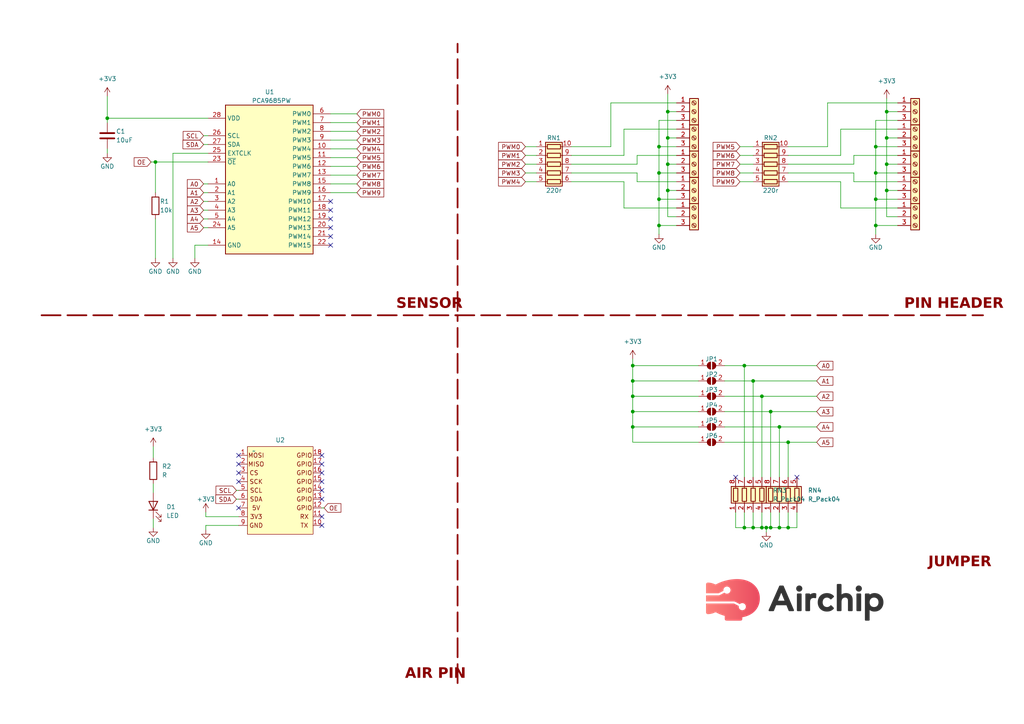
<source format=kicad_sch>
(kicad_sch (version 20231120) (generator "eeschema") (generator_version "8.0")
  (paper "A4")
  (lib_symbols
    (symbol "Connector:Screw_Terminal_01x03" (pin_names (offset 1.016) hide)
      (property "Reference" "J" (at 0 5.08 0))
      (property "Value" "Screw_Terminal_01x03" (at 0 -5.08 0))
      (symbol "Screw_Terminal_01x03_1_1"
        (rectangle (start -1.27 3.81) (end 1.27 -3.81) (stroke (width 0.254)) (fill (type background)))
        (circle (center 0 -2.54) (radius 0.635) (stroke (width 0.1524)))
        (polyline (pts (xy -0.5334 -2.2098) (xy 0.3302 -3.048)) (stroke (width 0.1524)))
        (polyline (pts (xy -0.5334 0.3302) (xy 0.3302 -0.508)) (stroke (width 0.1524)))
        (polyline (pts (xy -0.5334 2.8702) (xy 0.3302 2.032)) (stroke (width 0.1524)))
        (polyline (pts (xy -0.3556 -2.032) (xy 0.508 -2.8702)) (stroke (width 0.1524)))
        (polyline (pts (xy -0.3556 0.508) (xy 0.508 -0.3302)) (stroke (width 0.1524)))
        (polyline (pts (xy -0.3556 3.048) (xy 0.508 2.2098)) (stroke (width 0.1524)))
        (circle (center 0 0) (radius 0.635) (stroke (width 0.1524)))
        (circle (center 0 2.54) (radius 0.635) (stroke (width 0.1524)))
        (pin passive line (at -5.08 2.54 0) (length 3.81) (name "Pin_1") (number "1"))
        (pin passive line (at -5.08 0 0) (length 3.81) (name "Pin_2") (number "2"))
        (pin passive line (at -5.08 -2.54 0) (length 3.81) (name "Pin_3") (number "3"))
      )
    )
    (symbol "Device:C" (pin_numbers hide) (pin_names (offset 0.254))
      (property "Reference" "C" (at 0.635 2.54 0))
      (property "Value" "C" (at 0.635 -2.54 0))
      (symbol "C_0_1"
        (polyline (pts (xy -2.032 -0.762) (xy 2.032 -0.762)) (stroke (width 0.508)))
        (polyline (pts (xy -2.032 0.762) (xy 2.032 0.762)) (stroke (width 0.508)))
      )
      (symbol "C_1_1"
        (pin passive line (at 0 3.81 270) (length 2.794) (name "~") (number "1"))
        (pin passive line (at 0 -3.81 90) (length 2.794) (name "~") (number "2"))
      )
    )
    (symbol "Device:LED" (pin_numbers hide) (pin_names (offset 1.016) hide)
      (property "Reference" "D" (at 0 2.54 0))
      (property "Value" "LED" (at 0 -2.54 0))
      (symbol "LED_0_1"
        (polyline (pts (xy -1.27 -1.27) (xy -1.27 1.27)) (stroke (width 0.254)))
        (polyline (pts (xy -1.27 0) (xy 1.27 0)))
        (polyline (pts (xy 1.27 -1.27) (xy 1.27 1.27) (xy -1.27 0) (xy 1.27 -1.27)) (stroke (width 0.254)))
        (polyline (pts (xy -3.048 -0.762) (xy -4.572 -2.286) (xy -3.81 -2.286) (xy -4.572 -2.286) (xy -4.572 -1.524)))
        (polyline (pts (xy -1.778 -0.762) (xy -3.302 -2.286) (xy -2.54 -2.286) (xy -3.302 -2.286) (xy -3.302 -1.524)))
      )
      (symbol "LED_1_1"
        (pin passive line (at -3.81 0 0) (length 2.54) (name "K") (number "1"))
        (pin passive line (at 3.81 0 180) (length 2.54) (name "A") (number "2"))
      )
    )
    (symbol "Device:R" (pin_numbers hide) (pin_names (offset 0))
      (property "Reference" "R" (at 2.032 0 90))
      (property "Value" "R" (at 0 0 90))
      (symbol "R_0_1"
        (rectangle (start -1.016 -2.54) (end 1.016 2.54) (stroke (width 0.254)))
      )
      (symbol "R_1_1"
        (pin passive line (at 0 3.81 270) (length 1.27) (name "~") (number "1"))
        (pin passive line (at 0 -3.81 90) (length 1.27) (name "~") (number "2"))
      )
    )
    (symbol "Device:R_Pack04" (pin_names (offset 0) hide)
      (property "Reference" "RN" (at -7.62 0 90))
      (property "Value" "R_Pack04" (at 5.08 0 90))
      (symbol "R_Pack04_0_1"
        (rectangle (start -6.35 -2.413) (end 3.81 2.413) (stroke (width 0.254)) (fill (type background)))
        (rectangle (start -5.715 1.905) (end -4.445 -1.905) (stroke (width 0.254)))
        (rectangle (start -3.175 1.905) (end -1.905 -1.905) (stroke (width 0.254)))
        (rectangle (start -0.635 1.905) (end 0.635 -1.905) (stroke (width 0.254)))
        (polyline (pts (xy -5.08 -2.54) (xy -5.08 -1.905)))
        (polyline (pts (xy -5.08 1.905) (xy -5.08 2.54)))
        (polyline (pts (xy -2.54 -2.54) (xy -2.54 -1.905)))
        (polyline (pts (xy -2.54 1.905) (xy -2.54 2.54)))
        (polyline (pts (xy 0 -2.54) (xy 0 -1.905)))
        (polyline (pts (xy 0 1.905) (xy 0 2.54)))
        (polyline (pts (xy 2.54 -2.54) (xy 2.54 -1.905)))
        (polyline (pts (xy 2.54 1.905) (xy 2.54 2.54)))
        (rectangle (start 1.905 1.905) (end 3.175 -1.905) (stroke (width 0.254)))
      )
      (symbol "R_Pack04_1_1"
        (pin passive line (at -5.08 -5.08 90) (length 2.54) (name "R1.1") (number "1"))
        (pin passive line (at -2.54 -5.08 90) (length 2.54) (name "R2.1") (number "2"))
        (pin passive line (at 0 -5.08 90) (length 2.54) (name "R3.1") (number "3"))
        (pin passive line (at 2.54 -5.08 90) (length 2.54) (name "R4.1") (number "4"))
        (pin passive line (at 2.54 5.08 270) (length 2.54) (name "R4.2") (number "5"))
        (pin passive line (at 0 5.08 270) (length 2.54) (name "R3.2") (number "6"))
        (pin passive line (at -2.54 5.08 270) (length 2.54) (name "R2.2") (number "7"))
        (pin passive line (at -5.08 5.08 270) (length 2.54) (name "R1.2") (number "8"))
      )
    )
    (symbol "Device:R_Pack05" (pin_names (offset 0) hide)
      (property "Reference" "RN" (at -7.62 0 90))
      (property "Value" "R_Pack05" (at 7.62 0 90))
      (symbol "R_Pack05_0_1"
        (rectangle (start -6.35 -2.413) (end 6.35 2.413) (stroke (width 0.254)) (fill (type background)))
        (rectangle (start -5.715 1.905) (end -4.445 -1.905) (stroke (width 0.254)))
        (rectangle (start -3.175 1.905) (end -1.905 -1.905) (stroke (width 0.254)))
        (rectangle (start -0.635 1.905) (end 0.635 -1.905) (stroke (width 0.254)))
        (polyline (pts (xy -5.08 -2.54) (xy -5.08 -1.905)))
        (polyline (pts (xy -5.08 1.905) (xy -5.08 2.54)))
        (polyline (pts (xy -2.54 -2.54) (xy -2.54 -1.905)))
        (polyline (pts (xy -2.54 1.905) (xy -2.54 2.54)))
        (polyline (pts (xy 0 -2.54) (xy 0 -1.905)))
        (polyline (pts (xy 0 1.905) (xy 0 2.54)))
        (polyline (pts (xy 2.54 -2.54) (xy 2.54 -1.905)))
        (polyline (pts (xy 2.54 1.905) (xy 2.54 2.54)))
        (polyline (pts (xy 5.08 -2.54) (xy 5.08 -1.905)))
        (polyline (pts (xy 5.08 1.905) (xy 5.08 2.54)))
        (rectangle (start 1.905 1.905) (end 3.175 -1.905) (stroke (width 0.254)))
        (rectangle (start 4.445 1.905) (end 5.715 -1.905) (stroke (width 0.254)))
      )
      (symbol "R_Pack05_1_1"
        (pin passive line (at -5.08 -5.08 90) (length 2.54) (name "R1.1") (number "1"))
        (pin passive line (at -5.08 5.08 270) (length 2.54) (name "R1.2") (number "10"))
        (pin passive line (at -2.54 -5.08 90) (length 2.54) (name "R2.1") (number "2"))
        (pin passive line (at 0 -5.08 90) (length 2.54) (name "R3.1") (number "3"))
        (pin passive line (at 2.54 -5.08 90) (length 2.54) (name "R4.1") (number "4"))
        (pin passive line (at 5.08 -5.08 90) (length 2.54) (name "R5.1") (number "5"))
        (pin passive line (at 5.08 5.08 270) (length 2.54) (name "R5.2") (number "6"))
        (pin passive line (at 2.54 5.08 270) (length 2.54) (name "R4.2") (number "7"))
        (pin passive line (at 0 5.08 270) (length 2.54) (name "R3.2") (number "8"))
        (pin passive line (at -2.54 5.08 270) (length 2.54) (name "R2.2") (number "9"))
      )
    )
    (symbol "Driver_LED:PCA9685PW"
      (property "Reference" "U1" (at 2.1941 24.13 0))
      (property "Value" "PCA9685PW" (at 2.1941 21.59 0))
      (symbol "PCA9685PW_0_1"
        (rectangle (start -12.7 20.32) (end 12.7 -22.86) (stroke (width 0.254)) (fill (type background)))
      )
      (symbol "PCA9685PW_1_1"
        (pin input line (at -17.78 -2.54 0) (length 5.08) (name "A0") (number "1"))
        (pin output line (at 17.78 7.62 180) (length 5.08) (name "PWM4") (number "10"))
        (pin output line (at 17.78 5.08 180) (length 5.08) (name "PWM5") (number "11"))
        (pin output line (at 17.78 2.54 180) (length 5.08) (name "PWM6") (number "12"))
        (pin output line (at 17.78 0 180) (length 5.08) (name "PWM7") (number "13"))
        (pin power_in line (at -17.78 -20.32 0) (length 5.08) (name "GND") (number "14"))
        (pin output line (at 17.78 -2.54 180) (length 5.08) (name "PWM8") (number "15"))
        (pin output line (at 17.78 -5.08 180) (length 5.08) (name "PWM9") (number "16"))
        (pin output line (at 17.78 -7.62 180) (length 5.08) (name "PWM10") (number "17"))
        (pin output line (at 17.78 -10.16 180) (length 5.08) (name "PWM11") (number "18"))
        (pin output line (at 17.78 -12.7 180) (length 5.08) (name "PWM12") (number "19"))
        (pin input line (at -17.78 -5.08 0) (length 5.08) (name "A1") (number "2"))
        (pin output line (at 17.78 -15.24 180) (length 5.08) (name "PWM13") (number "20"))
        (pin output line (at 17.78 -17.78 180) (length 5.08) (name "PWM14") (number "21"))
        (pin output line (at 17.78 -20.32 180) (length 5.08) (name "PWM15") (number "22"))
        (pin input line (at -17.78 3.81 0) (length 5.08) (name "~{OE}") (number "23"))
        (pin input line (at -17.78 -15.24 0) (length 5.08) (name "A5") (number "24"))
        (pin input line (at -17.78 6.35 0) (length 5.08) (name "EXTCLK") (number "25"))
        (pin input line (at -17.78 11.43 0) (length 5.08) (name "SCL") (number "26"))
        (pin bidirectional line (at -17.78 8.89 0) (length 5.08) (name "SDA") (number "27"))
        (pin power_in line (at -17.78 16.51 0) (length 5.08) (name "VDD") (number "28"))
        (pin input line (at -17.78 -7.62 0) (length 5.08) (name "A2") (number "3"))
        (pin input line (at -17.78 -10.16 0) (length 5.08) (name "A3") (number "4"))
        (pin input line (at -17.78 -12.7 0) (length 5.08) (name "A4") (number "5"))
        (pin output line (at 17.78 17.78 180) (length 5.08) (name "PWM0") (number "6"))
        (pin output line (at 17.78 15.24 180) (length 5.08) (name "PWM1") (number "7"))
        (pin output line (at 17.78 12.7 180) (length 5.08) (name "PWM2") (number "8"))
        (pin output line (at 17.78 10.16 180) (length 5.08) (name "PWM3") (number "9"))
      )
    )
    (symbol "Jumper:SolderJumper_2_Open" (pin_names (offset 0) hide)
      (property "Reference" "JP" (at 0 2.032 0))
      (property "Value" "SolderJumper_2_Open" (at 0 -2.54 0))
      (symbol "SolderJumper_2_Open_0_1"
        (arc (start -0.254 1.016) (mid -1.2656 0) (end -0.254 -1.016))
        (arc (start -0.254 1.016) (mid -1.2656 0) (end -0.254 -1.016) (fill (type outline)))
        (polyline (pts (xy -0.254 1.016) (xy -0.254 -1.016)))
        (polyline (pts (xy 0.254 1.016) (xy 0.254 -1.016)))
        (arc (start 0.254 -1.016) (mid 1.2656 0) (end 0.254 1.016))
        (arc (start 0.254 -1.016) (mid 1.2656 0) (end 0.254 1.016) (fill (type outline)))
      )
      (symbol "SolderJumper_2_Open_1_1"
        (pin passive line (at -3.81 0 0) (length 2.54) (name "A") (number "1"))
        (pin passive line (at 3.81 0 180) (length 2.54) (name "B") (number "2"))
      )
    )
    (symbol "moduler_pin:air"
      (property "Reference" "U" (at 7.62 2.54 0))
      (symbol "air_1_1"
        (rectangle (start -1.905 1.27) (end 17.145 -24.13) (fill (type background)))
        (text "3V3" (at 0.635 -19.05 0) (effects (font (size 1.27 1.27))))
        (text "5V" (at 0.635 -16.51 0) (effects (font (size 1.27 1.27))))
        (text "CS" (at 0 -6.35 0) (effects (font (size 1.27 1.27))))
        (text "GND" (at 0.635 -21.59 0) (effects (font (size 1.27 1.27))))
        (text "GPIO" (at 14.605 -16.51 0) (effects (font (size 1.27 1.27))))
        (text "GPIO" (at 14.605 -13.97 0) (effects (font (size 1.27 1.27))))
        (text "GPIO" (at 14.605 -11.43 0) (effects (font (size 1.27 1.27))))
        (text "GPIO" (at 14.605 -8.89 0) (effects (font (size 1.27 1.27))))
        (text "GPIO" (at 14.605 -6.35 0) (effects (font (size 1.27 1.27))))
        (text "GPIO" (at 14.605 -3.81 0) (effects (font (size 1.27 1.27))))
        (text "GPIO" (at 14.605 -1.27 0) (effects (font (size 1.27 1.27))))
        (text "MISO" (at 0.635 -3.81 0) (effects (font (size 1.27 1.27))))
        (text "MOSI" (at 0.635 -1.27 0) (effects (font (size 1.27 1.27))))
        (text "RX" (at 14.605 -19.05 0) (effects (font (size 1.27 1.27))))
        (text "SCK" (at 0.635 -8.89 0) (effects (font (size 1.27 1.27))))
        (text "SCL" (at 0.635 -11.43 0) (effects (font (size 1.27 1.27))))
        (text "SDA" (at 0.635 -13.97 0) (effects (font (size 1.27 1.27))))
        (text "TX" (at 14.605 -21.59 0) (effects (font (size 1.27 1.27))))
        (pin input line (at -4.445 -1.27 0) (length 2.54) (name "") (number "1"))
        (pin input line (at 19.685 -21.59 180) (length 2.54) (name "") (number "10"))
        (pin input line (at 19.685 -19.05 180) (length 2.54) (name "") (number "11"))
        (pin input line (at 19.685 -16.51 180) (length 2.54) (name "") (number "12"))
        (pin input line (at 19.685 -13.97 180) (length 2.54) (name "") (number "13"))
        (pin input line (at 19.685 -11.43 180) (length 2.54) (name "") (number "14"))
        (pin input line (at 19.685 -8.89 180) (length 2.54) (name "") (number "15"))
        (pin input line (at 19.685 -6.35 180) (length 2.54) (name "") (number "16"))
        (pin input line (at 19.685 -3.81 180) (length 2.54) (name "") (number "17"))
        (pin input line (at 19.685 -1.27 180) (length 2.54) (name "") (number "18"))
        (pin input line (at -4.445 -3.81 0) (length 2.54) (name "") (number "2"))
        (pin input line (at -4.445 -6.35 0) (length 2.54) (name "") (number "3"))
        (pin input line (at -4.445 -8.89 0) (length 2.54) (name "") (number "4"))
        (pin input line (at -4.445 -11.43 0) (length 2.54) (name "") (number "5"))
        (pin input line (at -4.445 -13.97 0) (length 2.54) (name "") (number "6"))
        (pin input line (at -4.445 -16.51 0) (length 2.54) (name "") (number "7"))
        (pin input line (at -4.445 -19.05 0) (length 2.54) (name "") (number "8"))
        (pin input line (at -4.445 -21.59 0) (length 2.54) (name "") (number "9"))
      )
    )
    (symbol "power:+3V3" (power) (pin_names (offset 0))
      (property "Value" "+3V3" (at 0 3.556 0))
      (symbol "+3V3_0_1"
        (polyline (pts (xy -0.762 1.27) (xy 0 2.54)))
        (polyline (pts (xy 0 0) (xy 0 2.54)))
        (polyline (pts (xy 0 2.54) (xy 0.762 1.27)))
      )
      (symbol "+3V3_1_1"
        (pin power_in line (at 0 0 90) (length 0) hide (name "+3V3") (number "1"))
      )
    )
    (symbol "power:GND" (power) (pin_names (offset 0))
      (property "Value" "GND" (at 0 -3.81 0))
      (symbol "GND_0_1"
        (polyline (pts (xy 0 0) (xy 0 -1.27) (xy 1.27 -1.27) (xy 0 -2.54) (xy -1.27 -1.27) (xy 0 -1.27)))
      )
      (symbol "GND_1_1"
        (pin power_in line (at 0 0 270) (length 0) hide (name "GND") (number "1"))
      )
    )
  )
  (junction (at 254 65.405))
  (junction (at 254 42.545))
  (junction (at 226.06 153.035))
  (junction (at 254 57.785))
  (junction (at 218.44 153.035))
  (junction (at 220.98 153.035))
  (junction (at 193.675 47.625))
  (junction (at 223.52 153.035))
  (junction (at 191.135 65.405))
  (junction (at 183.515 123.825))
  (junction (at 45.085 46.99))
  (junction (at 226.06 123.825))
  (junction (at 191.135 50.165))
  (junction (at 191.135 57.785))
  (junction (at 183.515 106.045))
  (junction (at 257.175 32.385))
  (junction (at 257.175 47.625))
  (junction (at 228.6 128.27))
  (junction (at 254 50.165))
  (junction (at 228.6 153.035))
  (junction (at 215.9 106.045))
  (junction (at 183.515 110.49))
  (junction (at 193.675 55.245))
  (junction (at 31.115 34.29))
  (junction (at 183.515 119.38))
  (junction (at 193.675 32.385))
  (junction (at 222.25 153.035))
  (junction (at 191.135 42.545))
  (junction (at 193.675 40.005))
  (junction (at 218.44 110.49))
  (junction (at 220.98 114.935))
  (junction (at 257.175 55.245))
  (junction (at 223.52 119.38))
  (junction (at 215.9 153.035))
  (junction (at 183.515 114.935))
  (junction (at 257.175 40.005))
  (no_connect (at 93.345 142.24))
  (no_connect (at 95.885 68.58))
  (no_connect (at 95.885 58.42))
  (no_connect (at 231.14 138.43))
  (no_connect (at 93.345 139.7))
  (no_connect (at 93.345 134.62))
  (no_connect (at 95.885 66.04))
  (no_connect (at 69.215 147.32))
  (no_connect (at 93.345 149.86))
  (no_connect (at 93.345 152.4))
  (no_connect (at 213.36 138.43))
  (no_connect (at 93.345 137.16))
  (no_connect (at 69.215 134.62))
  (no_connect (at 69.215 132.08))
  (no_connect (at 69.215 137.16))
  (no_connect (at 95.885 63.5))
  (no_connect (at 69.215 139.7))
  (no_connect (at 93.345 132.08))
  (no_connect (at 93.345 144.78))
  (no_connect (at 95.885 71.12))
  (no_connect (at 95.885 60.96))
  (wire (pts (xy 59.055 55.88) (xy 60.325 55.88)))
  (wire (pts (xy 152.4 50.165) (xy 155.575 50.165)))
  (wire (pts (xy 193.675 47.625) (xy 193.675 55.245)))
  (wire (pts (xy 95.885 40.64) (xy 103.505 40.64)))
  (wire (pts (xy 214.63 47.625) (xy 218.44 47.625)))
  (wire (pts (xy 177.165 29.845) (xy 196.215 29.845)))
  (wire (pts (xy 43.815 46.99) (xy 45.085 46.99)))
  (wire (pts (xy 257.175 55.245) (xy 257.175 62.865)))
  (wire (pts (xy 254 65.405) (xy 254 67.945)))
  (wire (pts (xy 220.98 114.935) (xy 236.855 114.935)))
  (wire (pts (xy 257.175 40.005) (xy 260.35 40.005)))
  (wire (pts (xy 215.9 106.045) (xy 215.9 138.43)))
  (wire (pts (xy 95.885 33.02) (xy 103.505 33.02)))
  (wire (pts (xy 243.84 60.325) (xy 260.35 60.325)))
  (wire (pts (xy 59.69 153.67) (xy 59.69 152.4)))
  (wire (pts (xy 165.735 52.705) (xy 180.975 52.705)))
  (wire (pts (xy 59.69 152.4) (xy 69.215 152.4)))
  (wire (pts (xy 183.515 110.49) (xy 202.565 110.49)))
  (wire (pts (xy 93.98 147.32) (xy 93.345 147.32)))
  (wire (pts (xy 68.58 144.78) (xy 69.215 144.78)))
  (wire (pts (xy 226.06 123.825) (xy 226.06 138.43)))
  (wire (pts (xy 191.135 65.405) (xy 196.215 65.405)))
  (wire (pts (xy 210.185 114.935) (xy 220.98 114.935)))
  (wire (pts (xy 222.25 154.305) (xy 222.25 153.035)))
  (wire (pts (xy 50.165 74.93) (xy 50.165 44.45)))
  (wire (pts (xy 31.115 34.29) (xy 60.325 34.29)))
  (wire (pts (xy 247.65 50.165) (xy 247.65 52.705)))
  (wire (pts (xy 95.885 55.88) (xy 103.505 55.88)))
  (wire (pts (xy 254 57.785) (xy 254 65.405)))
  (wire (pts (xy 254 42.545) (xy 254 50.165)))
  (wire (pts (xy 60.325 46.99) (xy 45.085 46.99)))
  (polyline (pts (xy 132.715 198.12) (xy 132.715 91.44)) (stroke (width 0.5) (type dash) (color 132 0 0 1)))
  (wire (pts (xy 193.675 55.245) (xy 196.215 55.245)))
  (wire (pts (xy 218.44 110.49) (xy 236.855 110.49)))
  (wire (pts (xy 196.215 45.085) (xy 184.785 45.085)))
  (wire (pts (xy 68.58 142.24) (xy 69.215 142.24)))
  (wire (pts (xy 183.515 110.49) (xy 183.515 114.935)))
  (wire (pts (xy 228.6 52.705) (xy 243.84 52.705)))
  (wire (pts (xy 180.975 45.085) (xy 180.975 37.465)))
  (wire (pts (xy 31.115 35.56) (xy 31.115 34.29)))
  (wire (pts (xy 59.055 53.34) (xy 60.325 53.34)))
  (wire (pts (xy 191.135 42.545) (xy 191.135 50.165)))
  (wire (pts (xy 183.515 106.045) (xy 202.565 106.045)))
  (wire (pts (xy 184.785 47.625) (xy 165.735 47.625)))
  (wire (pts (xy 223.52 153.035) (xy 222.25 153.035)))
  (wire (pts (xy 260.35 45.085) (xy 247.65 45.085)))
  (wire (pts (xy 45.085 46.99) (xy 45.085 55.88)))
  (wire (pts (xy 215.9 106.045) (xy 236.855 106.045)))
  (wire (pts (xy 45.085 63.5) (xy 45.085 74.93)))
  (wire (pts (xy 191.135 57.785) (xy 196.215 57.785)))
  (wire (pts (xy 191.135 42.545) (xy 196.215 42.545)))
  (wire (pts (xy 223.52 119.38) (xy 236.855 119.38)))
  (wire (pts (xy 180.975 37.465) (xy 196.215 37.465)))
  (wire (pts (xy 257.175 40.005) (xy 257.175 47.625)))
  (wire (pts (xy 95.885 35.56) (xy 103.505 35.56)))
  (wire (pts (xy 56.515 71.12) (xy 60.325 71.12)))
  (wire (pts (xy 56.515 74.93) (xy 56.515 71.12)))
  (wire (pts (xy 226.06 123.825) (xy 236.855 123.825)))
  (wire (pts (xy 257.175 28.575) (xy 257.175 32.385)))
  (wire (pts (xy 254 42.545) (xy 260.35 42.545)))
  (wire (pts (xy 31.115 43.18) (xy 31.115 44.45)))
  (wire (pts (xy 59.69 149.86) (xy 69.215 149.86)))
  (polyline (pts (xy 12.065 91.44) (xy 285.115 91.44)) (stroke (width 0.5) (type dash) (color 132 0 0 1)))
  (wire (pts (xy 59.055 60.96) (xy 60.325 60.96)))
  (wire (pts (xy 177.165 42.545) (xy 177.165 29.845)))
  (wire (pts (xy 228.6 148.59) (xy 228.6 153.035)))
  (wire (pts (xy 223.52 148.59) (xy 223.52 153.035)))
  (wire (pts (xy 220.98 153.035) (xy 222.25 153.035)))
  (wire (pts (xy 193.675 62.865) (xy 196.215 62.865)))
  (polyline (pts (xy 132.715 90.17) (xy 132.715 12.7)) (stroke (width 0.5) (type dash) (color 132 0 0 1)))
  (wire (pts (xy 228.6 42.545) (xy 240.03 42.545)))
  (wire (pts (xy 152.4 42.545) (xy 155.575 42.545)))
  (wire (pts (xy 50.165 44.45) (xy 60.325 44.45)))
  (wire (pts (xy 215.9 148.59) (xy 215.9 153.035)))
  (wire (pts (xy 184.785 50.165) (xy 184.785 52.705)))
  (wire (pts (xy 257.175 32.385) (xy 260.35 32.385)))
  (wire (pts (xy 215.9 153.035) (xy 218.44 153.035)))
  (wire (pts (xy 240.03 42.545) (xy 240.03 29.845)))
  (wire (pts (xy 213.36 153.035) (xy 215.9 153.035)))
  (wire (pts (xy 183.515 119.38) (xy 183.515 123.825)))
  (wire (pts (xy 210.185 110.49) (xy 218.44 110.49)))
  (wire (pts (xy 95.885 45.72) (xy 103.505 45.72)))
  (wire (pts (xy 220.98 114.935) (xy 220.98 138.43)))
  (wire (pts (xy 59.055 63.5) (xy 60.325 63.5)))
  (wire (pts (xy 231.14 148.59) (xy 231.14 153.035)))
  (wire (pts (xy 210.185 119.38) (xy 223.52 119.38)))
  (wire (pts (xy 165.735 42.545) (xy 177.165 42.545)))
  (wire (pts (xy 257.175 47.625) (xy 257.175 55.245)))
  (wire (pts (xy 95.885 38.1) (xy 103.505 38.1)))
  (wire (pts (xy 193.675 55.245) (xy 193.675 62.865)))
  (wire (pts (xy 218.44 110.49) (xy 218.44 138.43)))
  (wire (pts (xy 223.52 119.38) (xy 223.52 138.43)))
  (wire (pts (xy 228.6 128.27) (xy 236.855 128.27)))
  (wire (pts (xy 183.515 106.045) (xy 183.515 110.49)))
  (wire (pts (xy 257.175 32.385) (xy 257.175 40.005)))
  (wire (pts (xy 184.785 45.085) (xy 184.785 47.625)))
  (wire (pts (xy 257.175 47.625) (xy 260.35 47.625)))
  (wire (pts (xy 214.63 42.545) (xy 218.44 42.545)))
  (wire (pts (xy 193.675 40.005) (xy 196.215 40.005)))
  (wire (pts (xy 218.44 153.035) (xy 220.98 153.035)))
  (wire (pts (xy 191.135 34.925) (xy 191.135 42.545)))
  (wire (pts (xy 183.515 123.825) (xy 183.515 128.27)))
  (wire (pts (xy 191.135 65.405) (xy 191.135 67.945)))
  (wire (pts (xy 247.65 47.625) (xy 228.6 47.625)))
  (wire (pts (xy 165.735 50.165) (xy 184.785 50.165)))
  (wire (pts (xy 59.69 148.59) (xy 59.69 149.86)))
  (wire (pts (xy 191.135 50.165) (xy 196.215 50.165)))
  (wire (pts (xy 191.135 57.785) (xy 191.135 65.405)))
  (wire (pts (xy 180.975 60.325) (xy 196.215 60.325)))
  (wire (pts (xy 59.055 39.37) (xy 60.325 39.37)))
  (wire (pts (xy 254 34.925) (xy 254 42.545)))
  (wire (pts (xy 243.84 37.465) (xy 260.35 37.465)))
  (wire (pts (xy 213.36 148.59) (xy 213.36 153.035)))
  (wire (pts (xy 152.4 45.085) (xy 155.575 45.085)))
  (wire (pts (xy 226.06 153.035) (xy 223.52 153.035)))
  (wire (pts (xy 228.6 128.27) (xy 228.6 138.43)))
  (wire (pts (xy 220.98 148.59) (xy 220.98 153.035)))
  (wire (pts (xy 191.135 50.165) (xy 191.135 57.785)))
  (wire (pts (xy 247.65 52.705) (xy 260.35 52.705)))
  (wire (pts (xy 247.65 45.085) (xy 247.65 47.625)))
  (wire (pts (xy 214.63 45.085) (xy 218.44 45.085)))
  (wire (pts (xy 254 65.405) (xy 260.35 65.405)))
  (wire (pts (xy 210.185 128.27) (xy 228.6 128.27)))
  (wire (pts (xy 193.675 32.385) (xy 196.215 32.385)))
  (wire (pts (xy 254 57.785) (xy 260.35 57.785)))
  (wire (pts (xy 193.675 47.625) (xy 196.215 47.625)))
  (wire (pts (xy 193.675 27.305) (xy 193.675 32.385)))
  (wire (pts (xy 240.03 29.845) (xy 260.35 29.845)))
  (wire (pts (xy 210.185 123.825) (xy 226.06 123.825)))
  (wire (pts (xy 257.175 62.865) (xy 260.35 62.865)))
  (polyline (pts (xy 132.715 91.44) (xy 132.08 91.44)) (stroke (width 0.5) (type dash) (color 132 0 0 1)))
  (wire (pts (xy 95.885 43.18) (xy 103.505 43.18)))
  (wire (pts (xy 59.055 41.91) (xy 60.325 41.91)))
  (wire (pts (xy 193.675 40.005) (xy 193.675 47.625)))
  (wire (pts (xy 165.735 45.085) (xy 180.975 45.085)))
  (wire (pts (xy 44.45 153.035) (xy 44.45 150.495)))
  (wire (pts (xy 243.84 52.705) (xy 243.84 60.325)))
  (wire (pts (xy 95.885 48.26) (xy 103.505 48.26)))
  (wire (pts (xy 183.515 104.14) (xy 183.515 106.045)))
  (wire (pts (xy 254 50.165) (xy 254 57.785)))
  (wire (pts (xy 228.6 50.165) (xy 247.65 50.165)))
  (wire (pts (xy 254 50.165) (xy 260.35 50.165)))
  (wire (pts (xy 59.055 66.04) (xy 60.325 66.04)))
  (wire (pts (xy 95.885 50.8) (xy 103.505 50.8)))
  (wire (pts (xy 218.44 148.59) (xy 218.44 153.035)))
  (wire (pts (xy 183.515 128.27) (xy 202.565 128.27)))
  (wire (pts (xy 210.185 106.045) (xy 215.9 106.045)))
  (wire (pts (xy 228.6 153.035) (xy 226.06 153.035)))
  (wire (pts (xy 214.63 52.705) (xy 218.44 52.705)))
  (wire (pts (xy 228.6 45.085) (xy 243.84 45.085)))
  (wire (pts (xy 184.785 52.705) (xy 196.215 52.705)))
  (wire (pts (xy 152.4 52.705) (xy 155.575 52.705)))
  (wire (pts (xy 254 34.925) (xy 260.35 34.925)))
  (wire (pts (xy 183.515 114.935) (xy 202.565 114.935)))
  (wire (pts (xy 59.055 58.42) (xy 60.325 58.42)))
  (wire (pts (xy 180.975 52.705) (xy 180.975 60.325)))
  (wire (pts (xy 152.4 47.625) (xy 155.575 47.625)))
  (wire (pts (xy 214.63 50.165) (xy 218.44 50.165)))
  (wire (pts (xy 226.06 148.59) (xy 226.06 153.035)))
  (wire (pts (xy 183.515 114.935) (xy 183.515 119.38)))
  (wire (pts (xy 183.515 123.825) (xy 202.565 123.825)))
  (wire (pts (xy 257.175 55.245) (xy 260.35 55.245)))
  (wire (pts (xy 31.115 27.94) (xy 31.115 34.29)))
  (wire (pts (xy 193.675 32.385) (xy 193.675 40.005)))
  (wire (pts (xy 44.45 129.54) (xy 44.45 132.715)))
  (wire (pts (xy 231.14 153.035) (xy 228.6 153.035)))
  (wire (pts (xy 44.45 142.875) (xy 44.45 140.335)))
  (wire (pts (xy 183.515 119.38) (xy 202.565 119.38)))
  (wire (pts (xy 95.885 53.34) (xy 103.505 53.34)))
  (wire (pts (xy 243.84 45.085) (xy 243.84 37.465)))
  (wire (pts (xy 196.215 34.925) (xy 191.135 34.925)))
  (image (at 230.505 173.99) (scale 0.303838))
  (text "JUMPER" (at 269.24 165.735 0) (effects (font (size 3 3) (thickness 0.6) (bold yes)) (justify left bottom)))
  (text "PIN HEADER\n" (at 262.255 90.805 0) (effects (font (size 3 3) (thickness 0.6) (bold yes)) (justify left bottom)))
  (text "AIR PIN" (at 117.475 198.12 0) (effects (font (size 3 3) (thickness 0.6) (bold yes)) (justify left bottom)))
  (text "SENSOR\n" (at 114.935 90.805 0) (effects (font (size 3 3) (thickness 0.6) (bold yes)) (justify left bottom)))
  (global_label "A4" (shape input) (at 59.055 63.5 180) (property "Intersheetrefs" "${INTERSHEET_REFS}" (effects (hide yes))))
  (global_label "A0" (shape input) (at 236.855 106.045 0) (property "Intersheetrefs" "${INTERSHEET_REFS}" (effects (hide yes))))
  (global_label "PWM6" (shape input) (at 103.505 48.26 0) (property "Intersheetrefs" "${INTERSHEET_REFS}" (effects (hide yes))))
  (global_label "PWM4" (shape input) (at 103.505 43.18 0) (property "Intersheetrefs" "${INTERSHEET_REFS}" (effects (hide yes))))
  (global_label "A5" (shape input) (at 236.855 128.27 0) (property "Intersheetrefs" "${INTERSHEET_REFS}" (effects (hide yes))))
  (global_label "A3" (shape input) (at 59.055 60.96 180) (property "Intersheetrefs" "${INTERSHEET_REFS}" (effects (hide yes))))
  (global_label "PWM1" (shape input) (at 152.4 45.085 180) (property "Intersheetrefs" "${INTERSHEET_REFS}" (effects (hide yes))))
  (global_label "PWM0" (shape input) (at 152.4 42.545 180) (property "Intersheetrefs" "${INTERSHEET_REFS}" (effects (hide yes))))
  (global_label "OE" (shape input) (at 93.98 147.32 0) (property "Intersheetrefs" "${INTERSHEET_REFS}" (effects (hide yes))))
  (global_label "A0" (shape input) (at 59.055 53.34 180) (property "Intersheetrefs" "${INTERSHEET_REFS}" (effects (hide yes))))
  (global_label "PWM8" (shape input) (at 103.505 53.34 0) (property "Intersheetrefs" "${INTERSHEET_REFS}" (effects (hide yes))))
  (global_label "PWM9" (shape input) (at 214.63 52.705 180) (property "Intersheetrefs" "${INTERSHEET_REFS}" (effects (hide yes))))
  (global_label "OE" (shape input) (at 43.815 46.99 180) (property "Intersheetrefs" "${INTERSHEET_REFS}" (effects (hide yes))))
  (global_label "PWM7" (shape input) (at 103.505 50.8 0) (property "Intersheetrefs" "${INTERSHEET_REFS}" (effects (hide yes))))
  (global_label "PWM5" (shape input) (at 103.505 45.72 0) (property "Intersheetrefs" "${INTERSHEET_REFS}" (effects (hide yes))))
  (global_label "PWM4" (shape input) (at 152.4 52.705 180) (property "Intersheetrefs" "${INTERSHEET_REFS}" (effects (hide yes))))
  (global_label "PWM3" (shape input) (at 152.4 50.165 180) (property "Intersheetrefs" "${INTERSHEET_REFS}" (effects (hide yes))))
  (global_label "A5" (shape input) (at 59.055 66.04 180) (property "Intersheetrefs" "${INTERSHEET_REFS}" (effects (hide yes))))
  (global_label "PWM1" (shape input) (at 103.505 35.56 0) (property "Intersheetrefs" "${INTERSHEET_REFS}" (effects (hide yes))))
  (global_label "A4" (shape input) (at 236.855 123.825 0) (property "Intersheetrefs" "${INTERSHEET_REFS}" (effects (hide yes))))
  (global_label "PWM9" (shape input) (at 103.505 55.88 0) (property "Intersheetrefs" "${INTERSHEET_REFS}" (effects (hide yes))))
  (global_label "PWM3" (shape input) (at 103.505 40.64 0) (property "Intersheetrefs" "${INTERSHEET_REFS}" (effects (hide yes))))
  (global_label "A3" (shape input) (at 236.855 119.38 0) (property "Intersheetrefs" "${INTERSHEET_REFS}" (effects (hide yes))))
  (global_label "PWM7" (shape input) (at 214.63 47.625 180) (property "Intersheetrefs" "${INTERSHEET_REFS}" (effects (hide yes))))
  (global_label "SCL" (shape input) (at 68.58 142.24 180) (property "Intersheetrefs" "${INTERSHEET_REFS}" (effects (hide yes))))
  (global_label "A1" (shape input) (at 236.855 110.49 0) (property "Intersheetrefs" "${INTERSHEET_REFS}" (effects (hide yes))))
  (global_label "SDA" (shape input) (at 59.055 41.91 180) (property "Intersheetrefs" "${INTERSHEET_REFS}" (effects (hide yes))))
  (global_label "PWM0" (shape input) (at 103.505 33.02 0) (property "Intersheetrefs" "${INTERSHEET_REFS}" (effects (hide yes))))
  (global_label "PWM2" (shape input) (at 103.505 38.1 0) (property "Intersheetrefs" "${INTERSHEET_REFS}" (effects (hide yes))))
  (global_label "A2" (shape input) (at 59.055 58.42 180) (property "Intersheetrefs" "${INTERSHEET_REFS}" (effects (hide yes))))
  (global_label "PWM2" (shape input) (at 152.4 47.625 180) (property "Intersheetrefs" "${INTERSHEET_REFS}" (effects (hide yes))))
  (global_label "A1" (shape input) (at 59.055 55.88 180) (property "Intersheetrefs" "${INTERSHEET_REFS}" (effects (hide yes))))
  (global_label "PWM5" (shape input) (at 214.63 42.545 180) (property "Intersheetrefs" "${INTERSHEET_REFS}" (effects (hide yes))))
  (global_label "PWM6" (shape input) (at 214.63 45.085 180) (property "Intersheetrefs" "${INTERSHEET_REFS}" (effects (hide yes))))
  (global_label "SCL" (shape input) (at 59.055 39.37 180) (property "Intersheetrefs" "${INTERSHEET_REFS}" (effects (hide yes))))
  (global_label "SDA" (shape input) (at 68.58 144.78 180) (property "Intersheetrefs" "${INTERSHEET_REFS}" (effects (hide yes))))
  (global_label "PWM8" (shape input) (at 214.63 50.165 180) (property "Intersheetrefs" "${INTERSHEET_REFS}" (effects (hide yes))))
  (global_label "A2" (shape input) (at 236.855 114.935 0) (property "Intersheetrefs" "${INTERSHEET_REFS}" (effects (hide yes))))
  (symbol (lib_id "Jumper:SolderJumper_2_Open") (at 206.375 110.49 0) (unit 1)
    (property "Reference" "JP2" (at 206.375 108.585 0))
    (property "Value" "SolderJumper_2_Open" (effects (hide yes)))
    (property "Footprint" "Jumper:SolderJumper-2_P1.3mm_Open_RoundedPad1.0x1.5mm" (effects (hide yes)))
  )
  (symbol (lib_id "moduler_pin:air") (at 73.66 130.81 0) (unit 1)
    (property "Reference" "U2" (at 81.28 127.635 0))
    (property "Value" "~" (at 73.66 130.81 0))
    (property "Footprint" "Moduler_:pin_header_5-3" (effects (hide yes)))
  )
  (symbol (lib_id "Jumper:SolderJumper_2_Open") (at 206.375 114.935 0) (unit 1)
    (property "Reference" "JP3" (at 206.375 113.03 0))
    (property "Value" "SolderJumper_2_Open" (effects (hide yes)))
    (property "Footprint" "Jumper:SolderJumper-2_P1.3mm_Open_RoundedPad1.0x1.5mm" (effects (hide yes)))
  )
  (symbol (lib_id "Jumper:SolderJumper_2_Open") (at 206.375 119.38 0) (unit 1)
    (property "Reference" "JP4" (at 206.375 117.475 0))
    (property "Value" "SolderJumper_2_Open" (effects (hide yes)))
    (property "Footprint" "Jumper:SolderJumper-2_P1.3mm_Open_RoundedPad1.0x1.5mm" (effects (hide yes)))
  )
  (symbol (lib_id "power:GND") (at 254 67.945 0) (unit 1)
    (property "Reference" "#PWR06" (effects (hide yes)))
    (property "Value" "GND" (at 254 71.755 0))
  )
  (symbol (lib_id "power:+3V3") (at 257.175 28.575 0) (unit 1)
    (property "Reference" "#PWR010" (effects (hide yes)))
    (property "Value" "+3V3" (at 257.175 23.495 0))
  )
  (symbol (lib_id "power:+3V3") (at 59.69 148.59 0) (unit 1)
    (property "Reference" "#PWR014" (effects (hide yes)))
    (property "Value" "+3V3" (at 59.69 144.78 0))
  )
  (symbol (lib_id "Connector:Screw_Terminal_01x03") (at 265.43 40.005 0) (unit 1)
    (property "Reference" "J7" (effects (hide yes)))
    (property "Value" "Screw_Terminal_01x03" (effects (hide yes)))
    (property "Footprint" "Connector_PinSocket_2.54mm:PinSocket_1x03_P2.54mm_Vertical" (effects (hide yes)))
  )
  (symbol (lib_id "power:GND") (at 56.515 74.93 0) (unit 1)
    (property "Reference" "#PWR08" (effects (hide yes)))
    (property "Value" "GND" (at 56.515 78.74 0))
  )
  (symbol (lib_id "Device:R_Pack05") (at 223.52 47.625 270) (unit 1)
    (property "Reference" "RN2" (at 223.52 40.005 90))
    (property "Value" "220r" (at 223.52 55.245 90))
    (property "Footprint" "Resistor_SMD:R_Array_Convex_5x0603" (effects (hide yes)))
  )
  (symbol (lib_id "Device:R_Pack05") (at 160.655 47.625 270) (unit 1)
    (property "Reference" "RN1" (at 160.655 40.005 90))
    (property "Value" "220r" (at 160.655 55.245 90))
    (property "Footprint" "Resistor_SMD:R_Array_Convex_5x0603" (effects (hide yes)))
  )
  (symbol (lib_id "Connector:Screw_Terminal_01x03") (at 201.295 40.005 0) (unit 1)
    (property "Reference" "J2" (effects (hide yes)))
    (property "Value" "Screw_Terminal_01x03" (effects (hide yes)))
    (property "Footprint" "Connector_PinSocket_2.54mm:PinSocket_1x03_P2.54mm_Vertical" (effects (hide yes)))
  )
  (symbol (lib_id "Connector:Screw_Terminal_01x03") (at 201.295 47.625 0) (unit 1)
    (property "Reference" "J3" (effects (hide yes)))
    (property "Value" "Screw_Terminal_01x03" (effects (hide yes)))
    (property "Footprint" "Connector_PinSocket_2.54mm:PinSocket_1x03_P2.54mm_Vertical" (effects (hide yes)))
  )
  (symbol (lib_id "Device:R_Pack04") (at 218.44 143.51 0) (unit 1)
    (property "Reference" "RN3" (at 224.155 142.24 0) (effects (justify left)))
    (property "Value" "R_Pack04" (at 224.155 144.78 0) (effects (justify left)))
    (property "Footprint" "Resistor_SMD:R_Array_Concave_4x0402" (effects (hide yes)))
  )
  (symbol (lib_id "power:GND") (at 50.165 74.93 0) (unit 1)
    (property "Reference" "#PWR09" (effects (hide yes)))
    (property "Value" "GND" (at 50.165 78.74 0))
  )
  (symbol (lib_id "Device:C") (at 31.115 39.37 0) (unit 1)
    (property "Reference" "C1" (at 33.655 38.1 0) (effects (justify left)))
    (property "Value" "10uF" (at 33.655 40.64 0) (effects (justify left)))
    (property "Footprint" "Capacitor_SMD:C_0603_1608Metric" (effects (hide yes)))
  )
  (symbol (lib_id "power:GND") (at 45.085 74.93 0) (unit 1)
    (property "Reference" "#PWR03" (effects (hide yes)))
    (property "Value" "GND" (at 45.085 78.74 0))
  )
  (symbol (lib_id "power:GND") (at 191.135 67.945 0) (unit 1)
    (property "Reference" "#PWR05" (effects (hide yes)))
    (property "Value" "GND" (at 191.135 71.755 0))
  )
  (symbol (lib_id "Connector:Screw_Terminal_01x03") (at 201.295 32.385 0) (unit 1)
    (property "Reference" "J1" (effects (hide yes)))
    (property "Value" "Screw_Terminal_01x03" (effects (hide yes)))
    (property "Footprint" "Connector_PinSocket_2.54mm:PinSocket_1x03_P2.54mm_Vertical" (effects (hide yes)))
  )
  (symbol (lib_id "power:GND") (at 31.115 44.45 0) (unit 1)
    (property "Reference" "#PWR02" (effects (hide yes)))
    (property "Value" "GND" (at 31.115 48.26 0))
  )
  (symbol (lib_id "Connector:Screw_Terminal_01x03") (at 265.43 47.625 0) (unit 1)
    (property "Reference" "J8" (effects (hide yes)))
    (property "Value" "Screw_Terminal_01x03" (effects (hide yes)))
    (property "Footprint" "Connector_PinSocket_2.54mm:PinSocket_1x03_P2.54mm_Vertical" (effects (hide yes)))
  )
  (symbol (lib_id "Device:R") (at 45.085 59.69 0) (unit 1)
    (property "Reference" "R1" (at 46.355 58.42 0) (effects (justify left)))
    (property "Value" "10k" (at 46.355 60.96 0) (effects (justify left)))
    (property "Footprint" "Resistor_SMD:R_0603_1608Metric" (effects (hide yes)))
  )
  (symbol (lib_id "power:GND") (at 59.69 153.67 0) (unit 1)
    (property "Reference" "#PWR015" (effects (hide yes)))
    (property "Value" "GND" (at 59.69 157.48 0))
  )
  (symbol (lib_id "Connector:Screw_Terminal_01x03") (at 265.43 62.865 0) (unit 1)
    (property "Reference" "J10" (effects (hide yes)))
    (property "Value" "Screw_Terminal_01x03" (effects (hide yes)))
    (property "Footprint" "Connector_PinSocket_2.54mm:PinSocket_1x03_P2.54mm_Vertical" (effects (hide yes)))
  )
  (symbol (lib_id "Device:LED") (at 44.45 146.685 90) (unit 1)
    (property "Reference" "D1" (at 48.26 147.0025 90) (effects (justify right)))
    (property "Value" "LED" (at 48.26 149.5425 90) (effects (justify right)))
    (property "Footprint" "LED_SMD:LED_0603_1608Metric" (effects (hide yes)))
  )
  (symbol (lib_id "power:GND") (at 222.25 154.305 0) (unit 1)
    (property "Reference" "#PWR011" (effects (hide yes)))
    (property "Value" "GND" (at 222.25 158.115 0))
  )
  (symbol (lib_id "Jumper:SolderJumper_2_Open") (at 206.375 106.045 0) (unit 1)
    (property "Reference" "JP1" (at 206.375 104.14 0))
    (property "Value" "SolderJumper_2_Open" (effects (hide yes)))
    (property "Footprint" "Jumper:SolderJumper-2_P1.3mm_Open_RoundedPad1.0x1.5mm" (effects (hide yes)))
  )
  (symbol (lib_id "Device:R") (at 44.45 136.525 0) (unit 1)
    (property "Reference" "R2" (at 46.99 135.255 0) (effects (justify left)))
    (property "Value" "R" (at 46.99 137.795 0) (effects (justify left)))
    (property "Footprint" "Resistor_SMD:R_0603_1608Metric" (effects (hide yes)))
  )
  (symbol (lib_id "power:+3V3") (at 31.115 27.94 0) (unit 1)
    (property "Reference" "#PWR01" (effects (hide yes)))
    (property "Value" "+3V3" (at 31.115 22.86 0))
  )
  (symbol (lib_id "power:+3V3") (at 44.45 129.54 0) (unit 1)
    (property "Reference" "#PWR012" (effects (hide yes)))
    (property "Value" "+3V3" (at 44.45 124.46 0))
  )
  (symbol (lib_id "power:GND") (at 44.45 153.035 0) (unit 1)
    (property "Reference" "#PWR013" (effects (hide yes)))
    (property "Value" "GND" (at 44.45 156.845 0))
  )
  (symbol (lib_id "power:+3V3") (at 183.515 104.14 0) (unit 1)
    (property "Reference" "#PWR016" (effects (hide yes)))
    (property "Value" "+3V3" (at 183.515 99.06 0))
  )
  (symbol (lib_id "Device:R_Pack04") (at 228.6 143.51 0) (unit 1)
    (property "Reference" "RN4" (at 234.315 142.24 0) (effects (justify left)))
    (property "Value" "R_Pack04" (at 234.315 144.78 0) (effects (justify left)))
    (property "Footprint" "Resistor_SMD:R_Array_Concave_4x0402" (effects (hide yes)))
  )
  (symbol (lib_id "Connector:Screw_Terminal_01x03") (at 265.43 55.245 0) (unit 1)
    (property "Reference" "J9" (effects (hide yes)))
    (property "Value" "Screw_Terminal_01x03" (effects (hide yes)))
    (property "Footprint" "Connector_PinSocket_2.54mm:PinSocket_1x03_P2.54mm_Vertical" (effects (hide yes)))
  )
  (symbol (lib_id "Driver_LED:PCA9685PW") (at 78.105 50.8 0) (unit 1)
    (property "Reference" "U1" (at 76.835 26.67 0) (effects (justify left)))
    (property "Value" "PCA9685PW" (at 73.025 29.21 0) (effects (justify left)))
    (property "Footprint" "Package_SO:TSSOP-28_4.4x9.7mm_P0.65mm" (effects (hide yes)))
    (property "Datasheet" "http://www.nxp.com/documents/data_sheet/PCA9685.pdf" (effects (hide yes)))
  )
  (symbol (lib_id "Jumper:SolderJumper_2_Open") (at 206.375 123.825 0) (unit 1)
    (property "Reference" "JP5" (at 206.375 121.92 0))
    (property "Value" "SolderJumper_2_Open" (effects (hide yes)))
    (property "Footprint" "Jumper:SolderJumper-2_P1.3mm_Open_RoundedPad1.0x1.5mm" (effects (hide yes)))
  )
  (symbol (lib_id "Jumper:SolderJumper_2_Open") (at 206.375 128.27 0) (unit 1)
    (property "Reference" "JP6" (at 206.375 126.365 0))
    (property "Value" "ESolderJumper_2_Open" (effects (hide yes)))
    (property "Footprint" "Jumper:SolderJumper-2_P1.3mm_Open_RoundedPad1.0x1.5mm" (effects (hide yes)))
  )
  (symbol (lib_id "Connector:Screw_Terminal_01x03") (at 201.295 55.245 0) (unit 1)
    (property "Reference" "J4" (effects (hide yes)))
    (property "Value" "Screw_Terminal_01x03" (effects (hide yes)))
    (property "Footprint" "Connector_PinSocket_2.54mm:PinSocket_1x03_P2.54mm_Vertical" (effects (hide yes)))
  )
  (symbol (lib_id "Connector:Screw_Terminal_01x03") (at 265.43 32.385 0) (unit 1)
    (property "Reference" "J6" (effects (hide yes)))
    (property "Value" "Screw_Terminal_01x03" (effects (hide yes)))
    (property "Footprint" "Connector_PinSocket_2.54mm:PinSocket_1x03_P2.54mm_Vertical" (effects (hide yes)))
  )
  (symbol (lib_id "power:+3V3") (at 193.675 27.305 0) (unit 1)
    (property "Reference" "#PWR017" (effects (hide yes)))
    (property "Value" "+3V3" (at 193.675 22.225 0))
  )
  (symbol (lib_id "Connector:Screw_Terminal_01x03") (at 201.295 62.865 0) (unit 1)
    (property "Reference" "J5" (effects (hide yes)))
    (property "Value" "Screw_Terminal_01x03" (effects (hide yes)))
    (property "Footprint" "Connector_PinSocket_2.54mm:PinSocket_1x03_P2.54mm_Vertical" (effects (hide yes)))
  )
)
</source>
